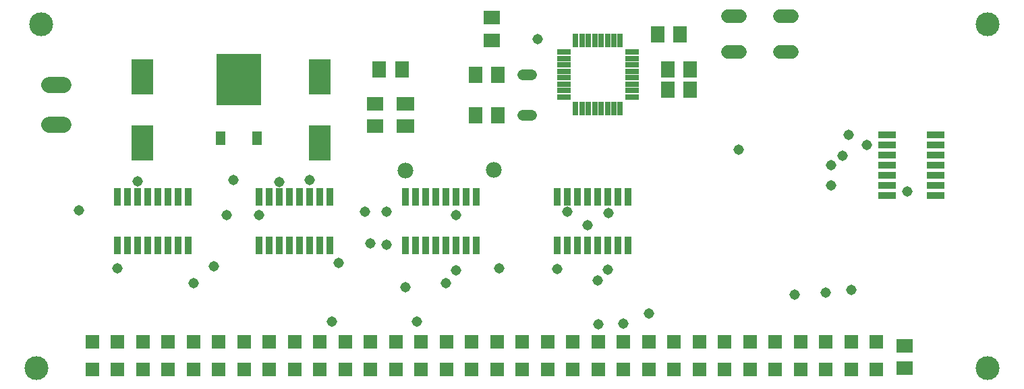
<source format=gts>
G75*
%MOIN*%
%OFA0B0*%
%FSLAX25Y25*%
%IPPOS*%
%LPD*%
%AMOC8*
5,1,8,0,0,1.08239X$1,22.5*
%
%ADD10R,0.10643X0.17729*%
%ADD11R,0.07887X0.07099*%
%ADD12R,0.07099X0.07887*%
%ADD13R,0.22060X0.25209*%
%ADD14R,0.04737X0.07099*%
%ADD15R,0.08800X0.03400*%
%ADD16R,0.07099X0.07898*%
%ADD17C,0.05200*%
%ADD18R,0.08674X0.07099*%
%ADD19C,0.06800*%
%ADD20R,0.06706X0.02965*%
%ADD21R,0.02965X0.06706*%
%ADD22C,0.07850*%
%ADD23R,0.03400X0.08800*%
%ADD24R,0.06706X0.06706*%
%ADD25R,0.07898X0.07099*%
%ADD26C,0.11824*%
%ADD27C,0.05156*%
%ADD28C,0.07800*%
D10*
X0068500Y0127161D03*
X0068500Y0159839D03*
X0156000Y0159839D03*
X0156000Y0127161D03*
D11*
X0183500Y0135488D03*
X0183500Y0146512D03*
X0241000Y0177988D03*
X0241000Y0189012D03*
D12*
X0244012Y0161000D03*
X0232988Y0161000D03*
X0232988Y0141000D03*
X0244012Y0141000D03*
X0327988Y0153500D03*
X0339012Y0153500D03*
X0339012Y0163500D03*
X0327988Y0163500D03*
D13*
X0116000Y0158343D03*
D14*
X0107024Y0129602D03*
X0124976Y0129602D03*
D15*
X0436300Y0131100D03*
X0436300Y0126100D03*
X0436300Y0121100D03*
X0436300Y0116100D03*
X0436300Y0111100D03*
X0436300Y0106100D03*
X0436300Y0101100D03*
X0460500Y0101100D03*
X0460500Y0106100D03*
X0460500Y0111100D03*
X0460500Y0116100D03*
X0460500Y0121100D03*
X0460500Y0126100D03*
X0460500Y0131100D03*
D16*
X0334098Y0181000D03*
X0322902Y0181000D03*
X0196598Y0163500D03*
X0185402Y0163500D03*
D17*
X0256300Y0161000D02*
X0260700Y0161000D01*
X0260700Y0141000D02*
X0256300Y0141000D01*
D18*
X0198500Y0135488D03*
X0198500Y0146512D03*
D19*
X0357700Y0172100D02*
X0363700Y0172100D01*
X0383300Y0172100D02*
X0389300Y0172100D01*
X0389300Y0189900D02*
X0383300Y0189900D01*
X0363700Y0189900D02*
X0357700Y0189900D01*
D20*
X0310429Y0172024D03*
X0310429Y0168874D03*
X0310429Y0165724D03*
X0310429Y0162575D03*
X0310429Y0159425D03*
X0310429Y0156276D03*
X0310429Y0153126D03*
X0310429Y0149976D03*
X0276571Y0149976D03*
X0276571Y0153126D03*
X0276571Y0156276D03*
X0276571Y0159425D03*
X0276571Y0162575D03*
X0276571Y0165724D03*
X0276571Y0168874D03*
X0276571Y0172024D03*
D21*
X0282476Y0177929D03*
X0285626Y0177929D03*
X0288776Y0177929D03*
X0291925Y0177929D03*
X0295075Y0177929D03*
X0298224Y0177929D03*
X0301374Y0177929D03*
X0304524Y0177929D03*
X0304524Y0144071D03*
X0301374Y0144071D03*
X0298224Y0144071D03*
X0295075Y0144071D03*
X0291925Y0144071D03*
X0288776Y0144071D03*
X0285626Y0144071D03*
X0282476Y0144071D03*
D22*
X0029525Y0136157D02*
X0022475Y0136157D01*
X0022475Y0155843D02*
X0029525Y0155843D01*
D23*
X0056000Y0100600D03*
X0061000Y0100600D03*
X0066000Y0100600D03*
X0071000Y0100600D03*
X0076000Y0100600D03*
X0081000Y0100600D03*
X0086000Y0100600D03*
X0091000Y0100600D03*
X0126000Y0100600D03*
X0131000Y0100600D03*
X0136000Y0100600D03*
X0141000Y0100600D03*
X0146000Y0100600D03*
X0151000Y0100600D03*
X0156000Y0100600D03*
X0161000Y0100600D03*
X0198500Y0100600D03*
X0203500Y0100600D03*
X0208500Y0100600D03*
X0213500Y0100600D03*
X0218500Y0100600D03*
X0223500Y0100600D03*
X0228500Y0100600D03*
X0233500Y0100600D03*
X0273500Y0100600D03*
X0278500Y0100600D03*
X0283500Y0100600D03*
X0288500Y0100600D03*
X0293500Y0100600D03*
X0298500Y0100600D03*
X0303500Y0100600D03*
X0308500Y0100600D03*
X0308500Y0076400D03*
X0303500Y0076400D03*
X0298500Y0076400D03*
X0293500Y0076400D03*
X0288500Y0076400D03*
X0283500Y0076400D03*
X0278500Y0076400D03*
X0273500Y0076400D03*
X0233500Y0076400D03*
X0228500Y0076400D03*
X0223500Y0076400D03*
X0218500Y0076400D03*
X0213500Y0076400D03*
X0208500Y0076400D03*
X0203500Y0076400D03*
X0198500Y0076400D03*
X0161000Y0076400D03*
X0156000Y0076400D03*
X0151000Y0076400D03*
X0146000Y0076400D03*
X0141000Y0076400D03*
X0136000Y0076400D03*
X0131000Y0076400D03*
X0126000Y0076400D03*
X0091000Y0076400D03*
X0086000Y0076400D03*
X0081000Y0076400D03*
X0076000Y0076400D03*
X0071000Y0076400D03*
X0066000Y0076400D03*
X0061000Y0076400D03*
X0056000Y0076400D03*
D24*
X0056200Y0028990D03*
X0068700Y0028990D03*
X0081200Y0028990D03*
X0093700Y0028990D03*
X0106200Y0028990D03*
X0118700Y0028990D03*
X0131200Y0028990D03*
X0143700Y0028990D03*
X0156200Y0028990D03*
X0168700Y0028990D03*
X0181200Y0028990D03*
X0193700Y0028990D03*
X0206200Y0028990D03*
X0218700Y0028990D03*
X0231200Y0028990D03*
X0243700Y0028990D03*
X0256200Y0028990D03*
X0268700Y0028990D03*
X0281200Y0028990D03*
X0293700Y0028990D03*
X0306200Y0028990D03*
X0318700Y0028990D03*
X0331200Y0028990D03*
X0343700Y0028990D03*
X0356200Y0028990D03*
X0368700Y0028990D03*
X0381200Y0028990D03*
X0393700Y0028990D03*
X0406200Y0028990D03*
X0418700Y0028990D03*
X0431200Y0028990D03*
X0431200Y0015210D03*
X0418700Y0015210D03*
X0406200Y0015210D03*
X0393700Y0015210D03*
X0381200Y0015210D03*
X0368700Y0015210D03*
X0356200Y0015210D03*
X0343700Y0015210D03*
X0331200Y0015210D03*
X0318700Y0015210D03*
X0306200Y0015210D03*
X0293700Y0015210D03*
X0281200Y0015210D03*
X0268700Y0015210D03*
X0256200Y0015210D03*
X0243700Y0015210D03*
X0231200Y0015210D03*
X0218700Y0015210D03*
X0206200Y0015210D03*
X0193700Y0015210D03*
X0181200Y0015210D03*
X0168700Y0015210D03*
X0156200Y0015210D03*
X0143700Y0015210D03*
X0131200Y0015210D03*
X0118700Y0015210D03*
X0106200Y0015210D03*
X0093700Y0015210D03*
X0081200Y0015210D03*
X0068700Y0015210D03*
X0056200Y0015210D03*
X0043700Y0015210D03*
X0043700Y0028990D03*
D25*
X0445200Y0026898D03*
X0445200Y0015702D03*
D26*
X0016000Y0016000D03*
X0018500Y0186000D03*
X0486000Y0186000D03*
X0486000Y0016000D03*
D27*
X0418800Y0054400D03*
X0406100Y0053200D03*
X0390800Y0052200D03*
X0318700Y0042700D03*
X0306200Y0037800D03*
X0293700Y0037500D03*
X0293500Y0059200D03*
X0298500Y0064500D03*
X0273500Y0064800D03*
X0244700Y0065300D03*
X0223500Y0064300D03*
X0218500Y0058000D03*
X0198500Y0056000D03*
X0165500Y0067900D03*
X0181200Y0077500D03*
X0189200Y0077000D03*
X0223300Y0091600D03*
X0189200Y0093200D03*
X0178500Y0093200D03*
X0151000Y0108900D03*
X0136000Y0107700D03*
X0113300Y0108900D03*
X0110200Y0091500D03*
X0126200Y0091500D03*
X0103800Y0066200D03*
X0093600Y0057700D03*
X0056000Y0065300D03*
X0037000Y0093900D03*
X0066000Y0108100D03*
X0162000Y0038700D03*
X0204100Y0038700D03*
X0288400Y0086500D03*
X0298600Y0092600D03*
X0278500Y0093200D03*
X0363200Y0123800D03*
X0408600Y0116200D03*
X0414300Y0121000D03*
X0426400Y0126100D03*
X0417400Y0131100D03*
X0408700Y0106100D03*
X0446300Y0103200D03*
X0263800Y0178600D03*
D28*
X0242200Y0113800D03*
X0198500Y0113500D03*
M02*

</source>
